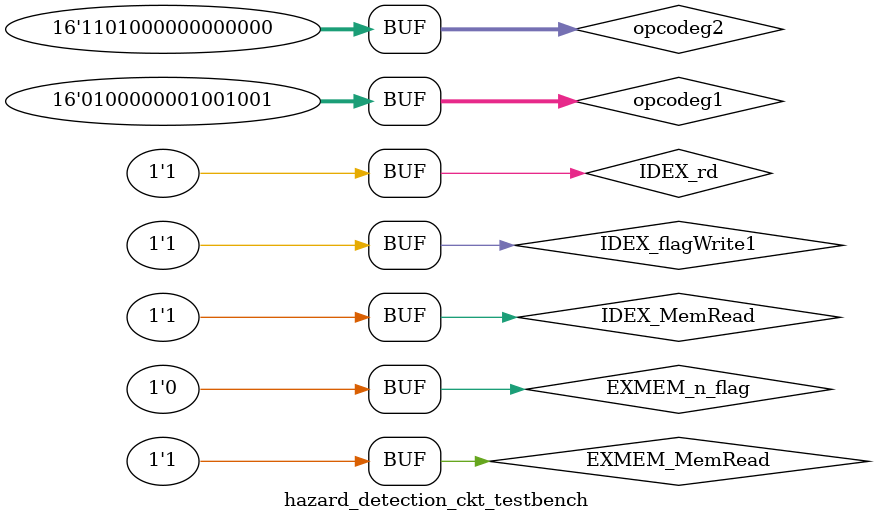
<source format=v>
module hazard_detection_ckt (input [15:0] opcodeg2, input[15:0] opcodeg1, input IDEX_MemRead,
	input EXMEM_MemRead, input IDEX_flagWrite1, input IDEX_rd, input EXMEM_n_flag,
	output reg PCWrite, output reg IFWrite, output reg IDEX_ctrl_flush);
	
	always@(opcodeg1, opcodeg2, IDEX_MemRead, EXMEM_MemRead, IDEX_flagWrite1, IDEX_rd, EXMEM_n_flag)
	begin
		
		PCWrite = 1'b1;
		IFWrite = 1'b1;
		IDEX_ctrl_flush = 1'b0;
		
		// hazard detection for load
		if(IDEX_MemRead == 1'b1)
		begin
			if( (opcodeg1[15:11] == 5'b00100 && IDEX_rd == opcodeg1[10:8]) || // lw-add
				(opcodeg1[15:11] == 5'b00011 && (IDEX_rd == opcodeg1[8:6] || IDEX_rd == opcodeg1[5:3])) || // lw-sub
				(opcodeg1[15:11] == 5'b01000 && (IDEX_rd == opcodeg1[5:3] || IDEX_rd == opcodeg1[2:0])) || // lw-shft/cmp
				(opcodeg2[15:11] == 5'b10001 && IDEX_rd == opcodeg2[5:3]) || // lw-lw
				(opcodeg2[15:11] == 5'b10000 && (IDEX_rd == opcodeg2[5:3] && IDEX_rd == opcodeg2[2:0])) || // lw-sw
				(opcodeg2[15:11] == 5'b11010) // lw-br
				)	
			begin
				PCWrite = 1'b0;
				IFWrite = 1'b0;
				IDEX_ctrl_flush = 1'b1;
			end
		end
		
		// hazard detection for branch
		else if(opcodeg2[15:11] == 5'b11010)
		begin
			if( (EXMEM_MemRead == 1'b1 && EXMEM_n_flag == 1'b0) || // br-lw (2nd stall)
				(IDEX_flagWrite1 == 1'b1) // other branches (first stall)
				)
			begin
				PCWrite = 1'b0;
				IFWrite = 1'b0;
				IDEX_ctrl_flush = 1'b1;
			end
		end
		
	end
endmodule

/* module hazard_detection_ckt (input [15:0] opcodeg2, input[15:0] opcodeg1, input IDEX_MemRead,
	input EXMEM_MemRead, input IDEX_flagWrite1, input IDEX_rd, input EXMEM_n_flag,
	output reg PCWrite, output reg IFWrite, output reg IDEX_ctrl_flush); */

module hazard_detection_ckt_testbench;

	reg [15:0] opcodeg1, opcodeg2;
	reg IDEX_MemRead, EXMEM_MemRead, IDEX_flagWrite1, IDEX_rd, EXMEM_n_flag;
	
	wire PCWrite, IFWrite, IDEX_ctrl_flush;
	
	hazard_detection_ckt hdckt(opcodeg2, opcodeg1, IDEX_MemRead, EXMEM_MemRead,
		IDEX_flagWrite1, IDEX_rd, EXMEM_n_flag, PCWrite, IFWrite, IDEX_ctrl_flush);
	
	initial
	begin
	
		// test lw-add
		opcodeg1 = 16'b00100_001_00000000; // add Rd = 001 | imm = 00000000
		IDEX_MemRead = 1'b1;
		IDEX_rd = 3'b001;
		//
		
		#10 // test lw-sub Rm conflict
		opcodeg1 = 16'b00011_01_001_000_000; // sub Rm = 001 | Rn = 000 | Rd = 000
		IDEX_MemRead = 1'b1;
		IDEX_rd = 3'b001;
		//
		
		#10	// test lw-sub Rn conflict
		opcodeg1 = 16'b00011_01_000_001_000; // sub Rm = 000 | Rn = 001 | Rd = 000
		IDEX_MemRead = 1'b1;
		IDEX_rd = 3'b001;
		//
		
		#10	// test lw-sub Rm Rn both conflict
		opcodeg1 = 16'b00011_01_001_001_000; // sub Rm = 001 | Rn = 001 | Rd = 000
		IDEX_MemRead = 1'b1;
		IDEX_rd = 3'b001;
		//
		
		#10	// test lw-shft Rm conflict
		opcodeg1 = 16'b01000_01000_001_000; // shft Rm = 001 | Rd = 000
		IDEX_MemRead = 1'b1;
		IDEX_rd = 3'b001;
		//
		
		#10	// test lw-shft Rd conflict
		opcodeg1 = 16'b01000_01000_000_001; // shft Rm = 000 | Rd = 001
		IDEX_MemRead = 1'b1;
		IDEX_rd = 3'b001;
		//
		
		#10	// test lw-shft Rm Rd conflict
		opcodeg1 = 16'b01000_01000_001_001; // shft Rm = 001 | Rd = 001
		IDEX_MemRead = 1'b1;
		IDEX_rd = 3'b001;
		//
		
		#10	// test lw-cmp Rm conflict
		opcodeg1 = 16'b01000_00001_001_000; // cmp Rm = 001 | Rd = 000
		IDEX_MemRead = 1'b1;
		IDEX_rd = 3'b001;
		//
		
		#10	// test lw-cmp Rd conflict
		opcodeg1 = 16'b01000_00001_000_001; // cmp Rm = 000 | Rd = 001
		IDEX_MemRead = 1'b1;
		IDEX_rd = 3'b001;
		//
		
		#10	// test lw-cmp Rd Rm conflict
		opcodeg1 = 16'b01000_00001_001_001; // cmp Rm = 001 | Rd = 001
		IDEX_MemRead = 1'b1;
		IDEX_rd = 3'b001;
		//
		
		#10	// test lw-lw Rd conflict
		opcodeg2 = 16'b10001_00000_000_001; // lw Rn = 000 | Rd = 001
		IDEX_MemRead = 1'b1;
		IDEX_rd = 3'b001;
		//
		
		#10	// test lw-lw Rn conflict
		opcodeg2 = 16'b10001_00000_001_000; // lw Rn = 001 | Rd = 000
		IDEX_MemRead = 1'b1;
		IDEX_rd = 3'b001;
		//
		
		#10	// test lw-lw both Rn Rd conflict
		opcodeg2 = 16'b10001_00000_001_001; // lw Rn = 001 | Rd = 001
		IDEX_MemRead = 1'b1;
		IDEX_rd = 3'b001;
		//
		
		#10	// test lw-sw Rn conflict
		opcodeg2 = 16'b10000_00000_001_000; // sw Rn = 001 | Rd = 000
		IDEX_MemRead = 1'b1;
		IDEX_rd = 3'b001;
		//
		
		#10	// test lw-sw Rd conflict
		opcodeg2 = 16'b10000_00000_000_001; // sw Rn = 000 | Rd = 001
		IDEX_MemRead = 1'b1;
		IDEX_rd = 3'b001;
		//
		
		#10	// test lw-sw Rn Rd both conflict
		opcodeg2 = 16'b10000_00000_001_001; // sw Rn = 001 | Rd = 001
		IDEX_MemRead = 1'b1;
		IDEX_rd = 3'b001;
		//
		
		#10 // test add-br
		opcodeg2 = 16'b11010_000_00000000;
		IDEX_flagWrite1 = 1'b1;
		
		#10 // test 2nd stall for lw-branch
		opcodeg2 = 16'b11010_000_00000000;
		EXMEM_MemRead = 1'b1;
		EXMEM_n_flag = 1'b0;
		
	end
endmodule
</source>
